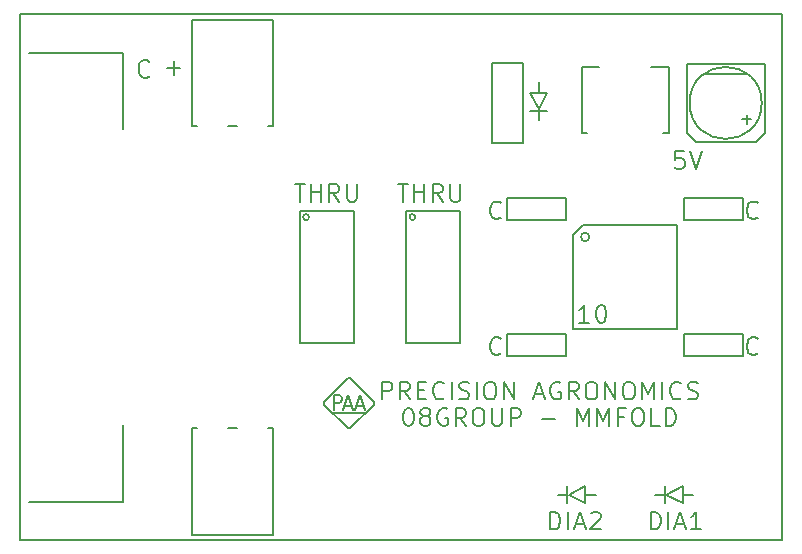
<source format=gto>
G04 (created by PCBNEW (2013-07-07 BZR 4022)-stable) date 10/14/2016 2:41:48 PM*
%MOIN*%
G04 Gerber Fmt 3.4, Leading zero omitted, Abs format*
%FSLAX34Y34*%
G01*
G70*
G90*
G04 APERTURE LIST*
%ADD10C,0.00590551*%
%ADD11C,0.00787402*%
%ADD12C,0.008*%
%ADD13C,0.005*%
G04 APERTURE END LIST*
G54D10*
X60194Y-46695D02*
X60194Y-46105D01*
X60334Y-46105D01*
X60419Y-46133D01*
X60475Y-46189D01*
X60503Y-46245D01*
X60531Y-46358D01*
X60531Y-46442D01*
X60503Y-46555D01*
X60475Y-46611D01*
X60419Y-46667D01*
X60334Y-46695D01*
X60194Y-46695D01*
X60784Y-46695D02*
X60784Y-46105D01*
X61037Y-46526D02*
X61318Y-46526D01*
X60981Y-46695D02*
X61178Y-46105D01*
X61375Y-46695D01*
X61881Y-46695D02*
X61543Y-46695D01*
X61712Y-46695D02*
X61712Y-46105D01*
X61656Y-46189D01*
X61600Y-46245D01*
X61543Y-46273D01*
X56847Y-46695D02*
X56847Y-46105D01*
X56988Y-46105D01*
X57072Y-46133D01*
X57128Y-46189D01*
X57156Y-46245D01*
X57185Y-46358D01*
X57185Y-46442D01*
X57156Y-46555D01*
X57128Y-46611D01*
X57072Y-46667D01*
X56988Y-46695D01*
X56847Y-46695D01*
X57438Y-46695D02*
X57438Y-46105D01*
X57691Y-46526D02*
X57972Y-46526D01*
X57634Y-46695D02*
X57831Y-46105D01*
X58028Y-46695D01*
X58197Y-46161D02*
X58225Y-46133D01*
X58281Y-46105D01*
X58422Y-46105D01*
X58478Y-46133D01*
X58506Y-46161D01*
X58534Y-46217D01*
X58534Y-46273D01*
X58506Y-46358D01*
X58169Y-46695D01*
X58534Y-46695D01*
X43489Y-31580D02*
X43461Y-31608D01*
X43377Y-31636D01*
X43321Y-31636D01*
X43236Y-31608D01*
X43180Y-31552D01*
X43152Y-31496D01*
X43124Y-31383D01*
X43124Y-31299D01*
X43152Y-31186D01*
X43180Y-31130D01*
X43236Y-31074D01*
X43321Y-31046D01*
X43377Y-31046D01*
X43461Y-31074D01*
X43489Y-31102D01*
X44066Y-31313D02*
X44516Y-31313D01*
X44291Y-31538D02*
X44291Y-31088D01*
X51771Y-35179D02*
X52109Y-35179D01*
X51940Y-35770D02*
X51940Y-35179D01*
X52305Y-35770D02*
X52305Y-35179D01*
X52305Y-35461D02*
X52643Y-35461D01*
X52643Y-35770D02*
X52643Y-35179D01*
X53262Y-35770D02*
X53065Y-35489D01*
X52924Y-35770D02*
X52924Y-35179D01*
X53149Y-35179D01*
X53205Y-35208D01*
X53233Y-35236D01*
X53262Y-35292D01*
X53262Y-35376D01*
X53233Y-35433D01*
X53205Y-35461D01*
X53149Y-35489D01*
X52924Y-35489D01*
X53515Y-35179D02*
X53515Y-35658D01*
X53543Y-35714D01*
X53571Y-35742D01*
X53627Y-35770D01*
X53740Y-35770D01*
X53796Y-35742D01*
X53824Y-35714D01*
X53852Y-35658D01*
X53852Y-35179D01*
X48326Y-35179D02*
X48664Y-35179D01*
X48495Y-35770D02*
X48495Y-35179D01*
X48861Y-35770D02*
X48861Y-35179D01*
X48861Y-35461D02*
X49198Y-35461D01*
X49198Y-35770D02*
X49198Y-35179D01*
X49817Y-35770D02*
X49620Y-35489D01*
X49479Y-35770D02*
X49479Y-35179D01*
X49704Y-35179D01*
X49760Y-35208D01*
X49789Y-35236D01*
X49817Y-35292D01*
X49817Y-35376D01*
X49789Y-35433D01*
X49760Y-35461D01*
X49704Y-35489D01*
X49479Y-35489D01*
X50070Y-35179D02*
X50070Y-35658D01*
X50098Y-35714D01*
X50126Y-35742D01*
X50182Y-35770D01*
X50295Y-35770D01*
X50351Y-35742D01*
X50379Y-35714D01*
X50407Y-35658D01*
X50407Y-35179D01*
X58155Y-39805D02*
X57817Y-39805D01*
X57986Y-39805D02*
X57986Y-39215D01*
X57930Y-39299D01*
X57874Y-39356D01*
X57817Y-39384D01*
X58520Y-39215D02*
X58577Y-39215D01*
X58633Y-39243D01*
X58661Y-39271D01*
X58689Y-39327D01*
X58717Y-39440D01*
X58717Y-39580D01*
X58689Y-39693D01*
X58661Y-39749D01*
X58633Y-39777D01*
X58577Y-39805D01*
X58520Y-39805D01*
X58464Y-39777D01*
X58436Y-39749D01*
X58408Y-39693D01*
X58380Y-39580D01*
X58380Y-39440D01*
X58408Y-39327D01*
X58436Y-39271D01*
X58464Y-39243D01*
X58520Y-39215D01*
X55202Y-36304D02*
X55174Y-36332D01*
X55089Y-36361D01*
X55033Y-36361D01*
X54949Y-36332D01*
X54893Y-36276D01*
X54865Y-36220D01*
X54836Y-36107D01*
X54836Y-36023D01*
X54865Y-35911D01*
X54893Y-35854D01*
X54949Y-35798D01*
X55033Y-35770D01*
X55089Y-35770D01*
X55174Y-35798D01*
X55202Y-35826D01*
X55202Y-40832D02*
X55174Y-40860D01*
X55089Y-40888D01*
X55033Y-40888D01*
X54949Y-40860D01*
X54893Y-40804D01*
X54865Y-40748D01*
X54836Y-40635D01*
X54836Y-40551D01*
X54865Y-40438D01*
X54893Y-40382D01*
X54949Y-40326D01*
X55033Y-40298D01*
X55089Y-40298D01*
X55174Y-40326D01*
X55202Y-40354D01*
X63765Y-36304D02*
X63737Y-36332D01*
X63652Y-36361D01*
X63596Y-36361D01*
X63512Y-36332D01*
X63456Y-36276D01*
X63428Y-36220D01*
X63399Y-36107D01*
X63399Y-36023D01*
X63428Y-35911D01*
X63456Y-35854D01*
X63512Y-35798D01*
X63596Y-35770D01*
X63652Y-35770D01*
X63737Y-35798D01*
X63765Y-35826D01*
X63765Y-40832D02*
X63737Y-40860D01*
X63652Y-40888D01*
X63596Y-40888D01*
X63512Y-40860D01*
X63456Y-40804D01*
X63428Y-40748D01*
X63399Y-40635D01*
X63399Y-40551D01*
X63428Y-40438D01*
X63456Y-40382D01*
X63512Y-40326D01*
X63596Y-40298D01*
X63652Y-40298D01*
X63737Y-40326D01*
X63765Y-40354D01*
X61259Y-45551D02*
X61614Y-45551D01*
X60669Y-45551D02*
X60354Y-45551D01*
X60669Y-45826D02*
X60669Y-45236D01*
X60708Y-45551D02*
X61259Y-45826D01*
X61259Y-45236D02*
X60708Y-45551D01*
X61259Y-45826D02*
X61259Y-45236D01*
X58011Y-45826D02*
X58011Y-45236D01*
X58011Y-45236D02*
X57460Y-45551D01*
X57460Y-45551D02*
X58011Y-45826D01*
X57421Y-45826D02*
X57421Y-45236D01*
X57421Y-45551D02*
X57106Y-45551D01*
X58011Y-45551D02*
X58366Y-45551D01*
X64566Y-47047D02*
X39173Y-47047D01*
X64566Y-29527D02*
X64566Y-47047D01*
X39173Y-29527D02*
X64566Y-29527D01*
X39173Y-47047D02*
X39173Y-29527D01*
X51251Y-42365D02*
X51251Y-41774D01*
X51476Y-41774D01*
X51532Y-41802D01*
X51560Y-41830D01*
X51588Y-41886D01*
X51588Y-41971D01*
X51560Y-42027D01*
X51532Y-42055D01*
X51476Y-42083D01*
X51251Y-42083D01*
X52179Y-42365D02*
X51982Y-42083D01*
X51841Y-42365D02*
X51841Y-41774D01*
X52066Y-41774D01*
X52123Y-41802D01*
X52151Y-41830D01*
X52179Y-41886D01*
X52179Y-41971D01*
X52151Y-42027D01*
X52123Y-42055D01*
X52066Y-42083D01*
X51841Y-42083D01*
X52432Y-42055D02*
X52629Y-42055D01*
X52713Y-42365D02*
X52432Y-42365D01*
X52432Y-41774D01*
X52713Y-41774D01*
X53304Y-42308D02*
X53276Y-42336D01*
X53191Y-42365D01*
X53135Y-42365D01*
X53051Y-42336D01*
X52994Y-42280D01*
X52966Y-42224D01*
X52938Y-42111D01*
X52938Y-42027D01*
X52966Y-41915D01*
X52994Y-41858D01*
X53051Y-41802D01*
X53135Y-41774D01*
X53191Y-41774D01*
X53276Y-41802D01*
X53304Y-41830D01*
X53557Y-42365D02*
X53557Y-41774D01*
X53810Y-42336D02*
X53894Y-42365D01*
X54035Y-42365D01*
X54091Y-42336D01*
X54119Y-42308D01*
X54147Y-42252D01*
X54147Y-42196D01*
X54119Y-42140D01*
X54091Y-42111D01*
X54035Y-42083D01*
X53922Y-42055D01*
X53866Y-42027D01*
X53838Y-41999D01*
X53810Y-41943D01*
X53810Y-41886D01*
X53838Y-41830D01*
X53866Y-41802D01*
X53922Y-41774D01*
X54063Y-41774D01*
X54147Y-41802D01*
X54401Y-42365D02*
X54401Y-41774D01*
X54794Y-41774D02*
X54907Y-41774D01*
X54963Y-41802D01*
X55019Y-41858D01*
X55047Y-41971D01*
X55047Y-42168D01*
X55019Y-42280D01*
X54963Y-42336D01*
X54907Y-42365D01*
X54794Y-42365D01*
X54738Y-42336D01*
X54682Y-42280D01*
X54654Y-42168D01*
X54654Y-41971D01*
X54682Y-41858D01*
X54738Y-41802D01*
X54794Y-41774D01*
X55300Y-42365D02*
X55300Y-41774D01*
X55638Y-42365D01*
X55638Y-41774D01*
X56341Y-42196D02*
X56622Y-42196D01*
X56285Y-42365D02*
X56482Y-41774D01*
X56678Y-42365D01*
X57185Y-41802D02*
X57128Y-41774D01*
X57044Y-41774D01*
X56960Y-41802D01*
X56903Y-41858D01*
X56875Y-41915D01*
X56847Y-42027D01*
X56847Y-42111D01*
X56875Y-42224D01*
X56903Y-42280D01*
X56960Y-42336D01*
X57044Y-42365D01*
X57100Y-42365D01*
X57185Y-42336D01*
X57213Y-42308D01*
X57213Y-42111D01*
X57100Y-42111D01*
X57803Y-42365D02*
X57606Y-42083D01*
X57466Y-42365D02*
X57466Y-41774D01*
X57691Y-41774D01*
X57747Y-41802D01*
X57775Y-41830D01*
X57803Y-41886D01*
X57803Y-41971D01*
X57775Y-42027D01*
X57747Y-42055D01*
X57691Y-42083D01*
X57466Y-42083D01*
X58169Y-41774D02*
X58281Y-41774D01*
X58338Y-41802D01*
X58394Y-41858D01*
X58422Y-41971D01*
X58422Y-42168D01*
X58394Y-42280D01*
X58338Y-42336D01*
X58281Y-42365D01*
X58169Y-42365D01*
X58113Y-42336D01*
X58056Y-42280D01*
X58028Y-42168D01*
X58028Y-41971D01*
X58056Y-41858D01*
X58113Y-41802D01*
X58169Y-41774D01*
X58675Y-42365D02*
X58675Y-41774D01*
X59012Y-42365D01*
X59012Y-41774D01*
X59406Y-41774D02*
X59519Y-41774D01*
X59575Y-41802D01*
X59631Y-41858D01*
X59659Y-41971D01*
X59659Y-42168D01*
X59631Y-42280D01*
X59575Y-42336D01*
X59519Y-42365D01*
X59406Y-42365D01*
X59350Y-42336D01*
X59294Y-42280D01*
X59266Y-42168D01*
X59266Y-41971D01*
X59294Y-41858D01*
X59350Y-41802D01*
X59406Y-41774D01*
X59912Y-42365D02*
X59912Y-41774D01*
X60109Y-42196D01*
X60306Y-41774D01*
X60306Y-42365D01*
X60587Y-42365D02*
X60587Y-41774D01*
X61206Y-42308D02*
X61178Y-42336D01*
X61093Y-42365D01*
X61037Y-42365D01*
X60953Y-42336D01*
X60897Y-42280D01*
X60868Y-42224D01*
X60840Y-42111D01*
X60840Y-42027D01*
X60868Y-41915D01*
X60897Y-41858D01*
X60953Y-41802D01*
X61037Y-41774D01*
X61093Y-41774D01*
X61178Y-41802D01*
X61206Y-41830D01*
X61431Y-42336D02*
X61515Y-42365D01*
X61656Y-42365D01*
X61712Y-42336D01*
X61740Y-42308D01*
X61768Y-42252D01*
X61768Y-42196D01*
X61740Y-42140D01*
X61712Y-42111D01*
X61656Y-42083D01*
X61543Y-42055D01*
X61487Y-42027D01*
X61459Y-41999D01*
X61431Y-41943D01*
X61431Y-41886D01*
X61459Y-41830D01*
X61487Y-41802D01*
X61543Y-41774D01*
X61684Y-41774D01*
X61768Y-41802D01*
X52095Y-42660D02*
X52151Y-42660D01*
X52207Y-42688D01*
X52235Y-42716D01*
X52263Y-42772D01*
X52291Y-42885D01*
X52291Y-43025D01*
X52263Y-43138D01*
X52235Y-43194D01*
X52207Y-43222D01*
X52151Y-43250D01*
X52095Y-43250D01*
X52038Y-43222D01*
X52010Y-43194D01*
X51982Y-43138D01*
X51954Y-43025D01*
X51954Y-42885D01*
X51982Y-42772D01*
X52010Y-42716D01*
X52038Y-42688D01*
X52095Y-42660D01*
X52629Y-42913D02*
X52573Y-42885D01*
X52544Y-42857D01*
X52516Y-42800D01*
X52516Y-42772D01*
X52544Y-42716D01*
X52573Y-42688D01*
X52629Y-42660D01*
X52741Y-42660D01*
X52798Y-42688D01*
X52826Y-42716D01*
X52854Y-42772D01*
X52854Y-42800D01*
X52826Y-42857D01*
X52798Y-42885D01*
X52741Y-42913D01*
X52629Y-42913D01*
X52573Y-42941D01*
X52544Y-42969D01*
X52516Y-43025D01*
X52516Y-43138D01*
X52544Y-43194D01*
X52573Y-43222D01*
X52629Y-43250D01*
X52741Y-43250D01*
X52798Y-43222D01*
X52826Y-43194D01*
X52854Y-43138D01*
X52854Y-43025D01*
X52826Y-42969D01*
X52798Y-42941D01*
X52741Y-42913D01*
X53416Y-42688D02*
X53360Y-42660D01*
X53276Y-42660D01*
X53191Y-42688D01*
X53135Y-42744D01*
X53107Y-42800D01*
X53079Y-42913D01*
X53079Y-42997D01*
X53107Y-43110D01*
X53135Y-43166D01*
X53191Y-43222D01*
X53276Y-43250D01*
X53332Y-43250D01*
X53416Y-43222D01*
X53444Y-43194D01*
X53444Y-42997D01*
X53332Y-42997D01*
X54035Y-43250D02*
X53838Y-42969D01*
X53697Y-43250D02*
X53697Y-42660D01*
X53922Y-42660D01*
X53979Y-42688D01*
X54007Y-42716D01*
X54035Y-42772D01*
X54035Y-42857D01*
X54007Y-42913D01*
X53979Y-42941D01*
X53922Y-42969D01*
X53697Y-42969D01*
X54401Y-42660D02*
X54513Y-42660D01*
X54569Y-42688D01*
X54625Y-42744D01*
X54654Y-42857D01*
X54654Y-43053D01*
X54625Y-43166D01*
X54569Y-43222D01*
X54513Y-43250D01*
X54401Y-43250D01*
X54344Y-43222D01*
X54288Y-43166D01*
X54260Y-43053D01*
X54260Y-42857D01*
X54288Y-42744D01*
X54344Y-42688D01*
X54401Y-42660D01*
X54907Y-42660D02*
X54907Y-43138D01*
X54935Y-43194D01*
X54963Y-43222D01*
X55019Y-43250D01*
X55132Y-43250D01*
X55188Y-43222D01*
X55216Y-43194D01*
X55244Y-43138D01*
X55244Y-42660D01*
X55525Y-43250D02*
X55525Y-42660D01*
X55750Y-42660D01*
X55807Y-42688D01*
X55835Y-42716D01*
X55863Y-42772D01*
X55863Y-42857D01*
X55835Y-42913D01*
X55807Y-42941D01*
X55750Y-42969D01*
X55525Y-42969D01*
X56566Y-43025D02*
X57016Y-43025D01*
X57747Y-43250D02*
X57747Y-42660D01*
X57944Y-43082D01*
X58141Y-42660D01*
X58141Y-43250D01*
X58422Y-43250D02*
X58422Y-42660D01*
X58619Y-43082D01*
X58816Y-42660D01*
X58816Y-43250D01*
X59294Y-42941D02*
X59097Y-42941D01*
X59097Y-43250D02*
X59097Y-42660D01*
X59378Y-42660D01*
X59715Y-42660D02*
X59828Y-42660D01*
X59884Y-42688D01*
X59940Y-42744D01*
X59969Y-42857D01*
X59969Y-43053D01*
X59940Y-43166D01*
X59884Y-43222D01*
X59828Y-43250D01*
X59715Y-43250D01*
X59659Y-43222D01*
X59603Y-43166D01*
X59575Y-43053D01*
X59575Y-42857D01*
X59603Y-42744D01*
X59659Y-42688D01*
X59715Y-42660D01*
X60503Y-43250D02*
X60222Y-43250D01*
X60222Y-42660D01*
X60700Y-43250D02*
X60700Y-42660D01*
X60840Y-42660D01*
X60925Y-42688D01*
X60981Y-42744D01*
X61009Y-42800D01*
X61037Y-42913D01*
X61037Y-42997D01*
X61009Y-43110D01*
X60981Y-43166D01*
X60925Y-43222D01*
X60840Y-43250D01*
X60700Y-43250D01*
X61304Y-34097D02*
X61023Y-34097D01*
X60995Y-34378D01*
X61023Y-34350D01*
X61079Y-34322D01*
X61220Y-34322D01*
X61276Y-34350D01*
X61304Y-34378D01*
X61332Y-34434D01*
X61332Y-34575D01*
X61304Y-34631D01*
X61276Y-34659D01*
X61220Y-34687D01*
X61079Y-34687D01*
X61023Y-34659D01*
X60995Y-34631D01*
X61501Y-34097D02*
X61698Y-34687D01*
X61895Y-34097D01*
X49993Y-42575D02*
X50218Y-42575D01*
X49948Y-42721D02*
X50106Y-42209D01*
X50263Y-42721D01*
X50398Y-42575D02*
X50623Y-42575D01*
X50353Y-42721D02*
X50511Y-42209D01*
X50668Y-42721D01*
X49633Y-42721D02*
X49633Y-42209D01*
X49813Y-42209D01*
X49858Y-42233D01*
X49881Y-42258D01*
X49903Y-42307D01*
X49903Y-42380D01*
X49881Y-42428D01*
X49858Y-42453D01*
X49813Y-42477D01*
X49633Y-42477D01*
X49600Y-42829D02*
X50682Y-42829D01*
X49304Y-42533D02*
X49304Y-42435D01*
X50092Y-43321D02*
X49304Y-42533D01*
X50190Y-43321D02*
X50092Y-43321D01*
X50977Y-42533D02*
X50190Y-43321D01*
X50977Y-42435D02*
X50977Y-42533D01*
X50190Y-41648D02*
X50977Y-42435D01*
X50092Y-41648D02*
X50190Y-41648D01*
X49304Y-42435D02*
X50092Y-41648D01*
X56476Y-32145D02*
X56476Y-31791D01*
X56476Y-32736D02*
X56476Y-33051D01*
X56751Y-32736D02*
X56161Y-32736D01*
X56476Y-32696D02*
X56751Y-32145D01*
X56161Y-32145D02*
X56476Y-32696D01*
X56751Y-32145D02*
X56161Y-32145D01*
X58153Y-36948D02*
G75*
G03X58153Y-36948I-141J0D01*
G74*
G01*
X61082Y-40019D02*
X61082Y-36555D01*
X61082Y-36555D02*
X57933Y-36555D01*
X57933Y-36555D02*
X57618Y-36870D01*
X57618Y-36870D02*
X57618Y-40019D01*
X57618Y-40019D02*
X61082Y-40019D01*
X58090Y-33484D02*
X57893Y-33484D01*
X57893Y-33484D02*
X57893Y-31279D01*
X57893Y-31279D02*
X58484Y-31279D01*
X60610Y-33484D02*
X60807Y-33484D01*
X60807Y-33484D02*
X60807Y-31279D01*
X60807Y-31279D02*
X60216Y-31279D01*
G54D11*
X52352Y-36287D02*
G75*
G03X52352Y-36287I-100J0D01*
G74*
G01*
G54D12*
X53852Y-40487D02*
X52052Y-40487D01*
X52052Y-40487D02*
X52052Y-36087D01*
X52052Y-36087D02*
X53852Y-36087D01*
X53852Y-36087D02*
X53852Y-40487D01*
G54D11*
X48809Y-36287D02*
G75*
G03X48809Y-36287I-100J0D01*
G74*
G01*
G54D12*
X50309Y-40487D02*
X48509Y-40487D01*
X48509Y-40487D02*
X48509Y-36087D01*
X48509Y-36087D02*
X50309Y-36087D01*
X50309Y-36087D02*
X50309Y-40487D01*
G54D10*
X61318Y-35649D02*
X63287Y-35649D01*
X63287Y-35649D02*
X63287Y-36397D01*
X63287Y-36397D02*
X61318Y-36397D01*
X61318Y-36397D02*
X61318Y-35649D01*
X57381Y-40925D02*
X55413Y-40925D01*
X55413Y-40925D02*
X55413Y-40177D01*
X55413Y-40177D02*
X57381Y-40177D01*
X57381Y-40177D02*
X57381Y-40925D01*
X61318Y-40177D02*
X63287Y-40177D01*
X63287Y-40177D02*
X63287Y-40925D01*
X63287Y-40925D02*
X61318Y-40925D01*
X61318Y-40925D02*
X61318Y-40177D01*
X57381Y-36397D02*
X55413Y-36397D01*
X55413Y-36397D02*
X55413Y-35649D01*
X55413Y-35649D02*
X57381Y-35649D01*
X57381Y-35649D02*
X57381Y-36397D01*
X55925Y-31141D02*
X55925Y-33818D01*
X55925Y-33818D02*
X54901Y-33818D01*
X54901Y-33818D02*
X54901Y-31141D01*
X54901Y-31141D02*
X55925Y-31141D01*
X42618Y-30807D02*
X42618Y-33366D01*
X42618Y-45767D02*
X42618Y-43208D01*
X42618Y-30807D02*
X39468Y-30807D01*
X42618Y-45767D02*
X39468Y-45767D01*
G54D13*
X63396Y-31530D02*
X61996Y-31530D01*
X63896Y-32480D02*
G75*
G03X63896Y-32480I-1200J0D01*
G74*
G01*
X63996Y-31180D02*
X61396Y-31180D01*
X61396Y-31180D02*
X61396Y-33480D01*
X61396Y-33480D02*
X61696Y-33780D01*
X61696Y-33780D02*
X63696Y-33780D01*
X63696Y-33780D02*
X63996Y-33480D01*
X63996Y-33480D02*
X63996Y-31180D01*
X63405Y-33172D02*
X63405Y-32872D01*
X63555Y-33022D02*
X63255Y-33022D01*
G54D10*
X46417Y-33248D02*
X46102Y-33248D01*
X45078Y-33248D02*
X44921Y-33248D01*
X44921Y-33248D02*
X44921Y-29704D01*
X44921Y-29704D02*
X47598Y-29704D01*
X47598Y-29704D02*
X47598Y-33248D01*
X47598Y-33248D02*
X47440Y-33248D01*
X46102Y-43326D02*
X46417Y-43326D01*
X47440Y-43326D02*
X47598Y-43326D01*
X47598Y-43326D02*
X47598Y-46870D01*
X47598Y-46870D02*
X44921Y-46870D01*
X44921Y-46870D02*
X44921Y-43326D01*
X44921Y-43326D02*
X45078Y-43326D01*
M02*

</source>
